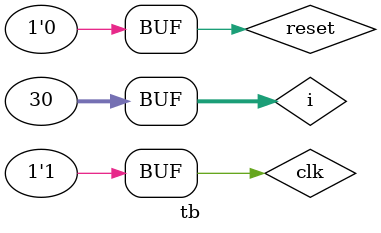
<source format=v>
module tb;
reg clk,reset;
integer i;
single_cycle_processor p1(clk,reset);
initial begin
clk=1'b1;
reset=1'b1;

#5 reset=1'b0;
 

for(i=0;i<30;i=i+1) begin
	#5 clk=~clk;
end

end



endmodule

</source>
